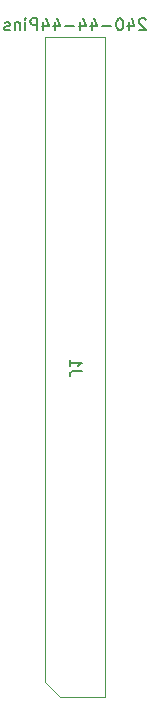
<source format=gbr>
G04 #@! TF.GenerationSoftware,KiCad,Pcbnew,(5.1.2)-2*
G04 #@! TF.CreationDate,2019-08-10T21:31:32+12:00*
G04 #@! TF.ProjectId,APEDSK-AU,41504544-534b-42d4-9155-2e6b69636164,rev?*
G04 #@! TF.SameCoordinates,Original*
G04 #@! TF.FileFunction,Other,Fab,Bot*
%FSLAX46Y46*%
G04 Gerber Fmt 4.6, Leading zero omitted, Abs format (unit mm)*
G04 Created by KiCad (PCBNEW (5.1.2)-2) date 2019-08-10 21:31:32*
%MOMM*%
%LPD*%
G04 APERTURE LIST*
%ADD10C,0.100000*%
%ADD11C,0.150000*%
G04 APERTURE END LIST*
D10*
X110998000Y-130175000D02*
X112268000Y-131445000D01*
X110998000Y-75565000D02*
X110998000Y-130175000D01*
X116078000Y-75565000D02*
X110998000Y-75565000D01*
X116078000Y-131445000D02*
X116078000Y-75565000D01*
X112268000Y-131445000D02*
X116078000Y-131445000D01*
D11*
X119514190Y-74052619D02*
X119466571Y-74005000D01*
X119371333Y-73957380D01*
X119133238Y-73957380D01*
X119038000Y-74005000D01*
X118990380Y-74052619D01*
X118942761Y-74147857D01*
X118942761Y-74243095D01*
X118990380Y-74385952D01*
X119561809Y-74957380D01*
X118942761Y-74957380D01*
X118085619Y-74290714D02*
X118085619Y-74957380D01*
X118323714Y-73909761D02*
X118561809Y-74624047D01*
X117942761Y-74624047D01*
X117371333Y-73957380D02*
X117276095Y-73957380D01*
X117180857Y-74005000D01*
X117133238Y-74052619D01*
X117085619Y-74147857D01*
X117038000Y-74338333D01*
X117038000Y-74576428D01*
X117085619Y-74766904D01*
X117133238Y-74862142D01*
X117180857Y-74909761D01*
X117276095Y-74957380D01*
X117371333Y-74957380D01*
X117466571Y-74909761D01*
X117514190Y-74862142D01*
X117561809Y-74766904D01*
X117609428Y-74576428D01*
X117609428Y-74338333D01*
X117561809Y-74147857D01*
X117514190Y-74052619D01*
X117466571Y-74005000D01*
X117371333Y-73957380D01*
X116609428Y-74576428D02*
X115847523Y-74576428D01*
X114942761Y-74290714D02*
X114942761Y-74957380D01*
X115180857Y-73909761D02*
X115418952Y-74624047D01*
X114799904Y-74624047D01*
X113990380Y-74290714D02*
X113990380Y-74957380D01*
X114228476Y-73909761D02*
X114466571Y-74624047D01*
X113847523Y-74624047D01*
X113466571Y-74576428D02*
X112704666Y-74576428D01*
X111799904Y-74290714D02*
X111799904Y-74957380D01*
X112038000Y-73909761D02*
X112276095Y-74624047D01*
X111657047Y-74624047D01*
X110847523Y-74290714D02*
X110847523Y-74957380D01*
X111085619Y-73909761D02*
X111323714Y-74624047D01*
X110704666Y-74624047D01*
X110323714Y-74957380D02*
X110323714Y-73957380D01*
X109942761Y-73957380D01*
X109847523Y-74005000D01*
X109799904Y-74052619D01*
X109752285Y-74147857D01*
X109752285Y-74290714D01*
X109799904Y-74385952D01*
X109847523Y-74433571D01*
X109942761Y-74481190D01*
X110323714Y-74481190D01*
X109323714Y-74957380D02*
X109323714Y-74290714D01*
X109323714Y-73957380D02*
X109371333Y-74005000D01*
X109323714Y-74052619D01*
X109276095Y-74005000D01*
X109323714Y-73957380D01*
X109323714Y-74052619D01*
X108847523Y-74290714D02*
X108847523Y-74957380D01*
X108847523Y-74385952D02*
X108799904Y-74338333D01*
X108704666Y-74290714D01*
X108561809Y-74290714D01*
X108466571Y-74338333D01*
X108418952Y-74433571D01*
X108418952Y-74957380D01*
X107990380Y-74909761D02*
X107895142Y-74957380D01*
X107704666Y-74957380D01*
X107609428Y-74909761D01*
X107561809Y-74814523D01*
X107561809Y-74766904D01*
X107609428Y-74671666D01*
X107704666Y-74624047D01*
X107847523Y-74624047D01*
X107942761Y-74576428D01*
X107990380Y-74481190D01*
X107990380Y-74433571D01*
X107942761Y-74338333D01*
X107847523Y-74290714D01*
X107704666Y-74290714D01*
X107609428Y-74338333D01*
X114085619Y-103838333D02*
X113371333Y-103838333D01*
X113228476Y-103885952D01*
X113133238Y-103981190D01*
X113085619Y-104124047D01*
X113085619Y-104219285D01*
X113085619Y-102838333D02*
X113085619Y-103409761D01*
X113085619Y-103124047D02*
X114085619Y-103124047D01*
X113942761Y-103219285D01*
X113847523Y-103314523D01*
X113799904Y-103409761D01*
M02*

</source>
